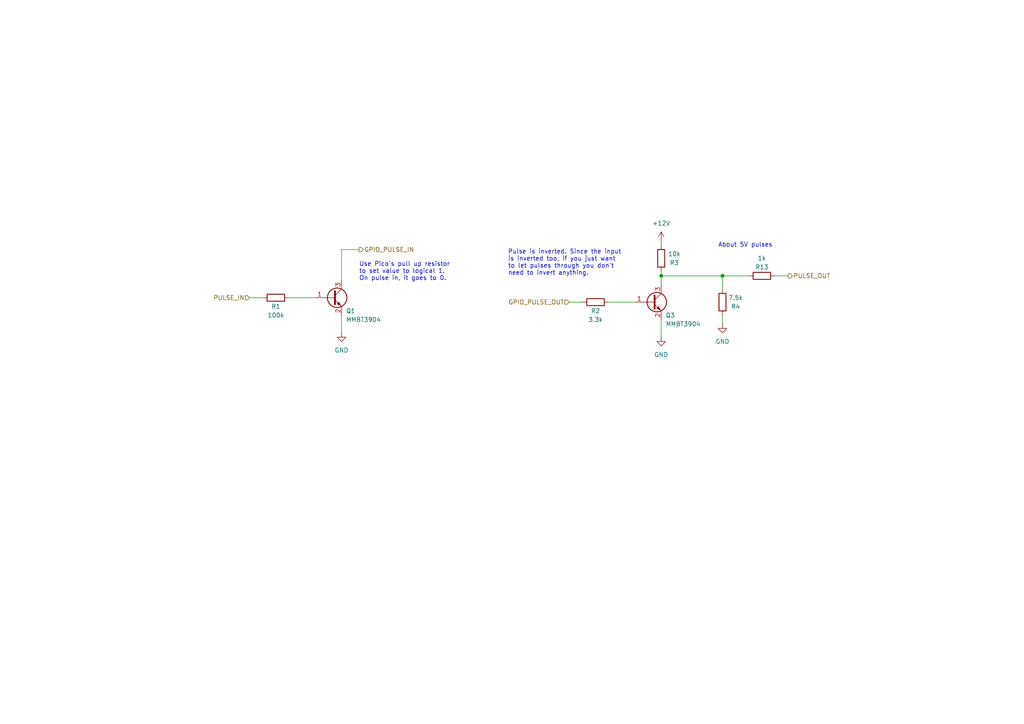
<source format=kicad_sch>
(kicad_sch (version 20250114) (generator "eeschema") (generator_version "9.0")
  (paper "A4")
  (lib_symbols
    (symbol "Device:R" (pin_numbers (hide yes)) (pin_names (offset 0))
      (property "Reference" "R" (at 2.032 0 90))
      (property "Value" "R" (at 0 0 90))
      (symbol "R_0_1"
        (rectangle (start -1.016 -2.54) (end 1.016 2.54) (stroke (width 0.254)))
      )
      (symbol "R_1_1"
        (pin passive line (at 0 3.81 270) (length 1.27) (name "~") (number "1"))
        (pin passive line (at 0 -3.81 90) (length 1.27) (name "~") (number "2"))
      )
    )
    (symbol "Transistor_BJT:MMBT3904" (pin_names (offset 0) (hide yes))
      (property "Reference" "Q" (at 5.08 1.905 0))
      (property "Value" "MMBT3904" (at 5.08 0 0))
      (symbol "MMBT3904_0_1"
        (polyline (pts (xy -2.54 0) (xy 0.635 0)))
        (polyline (pts (xy 0.635 1.905) (xy 0.635 -1.905)) (stroke (width 0.508)))
        (circle (center 1.27 0) (radius 2.8194) (stroke (width 0.254)))
      )
      (symbol "MMBT3904_1_1"
        (polyline (pts (xy 0.635 0.635) (xy 2.54 2.54)))
        (polyline (pts (xy 0.635 -0.635) (xy 2.54 -2.54)))
        (polyline (pts (xy 1.27 -1.778) (xy 1.778 -1.27) (xy 2.286 -2.286) (xy 1.27 -1.778)) (fill (type outline)))
        (pin input line (at -5.08 0 0) (length 2.54) (name "B") (number "1"))
        (pin passive line (at 2.54 5.08 270) (length 2.54) (name "C") (number "3"))
        (pin passive line (at 2.54 -5.08 90) (length 2.54) (name "E") (number "2"))
      )
    )
    (symbol "power:+12V" (power) (pin_numbers (hide yes)) (pin_names (offset 0) (hide yes))
      (property "Value" "+12V" (at 0 3.556 0))
      (symbol "+12V_0_1"
        (polyline (pts (xy -0.762 1.27) (xy 0 2.54)))
        (polyline (pts (xy 0 2.54) (xy 0.762 1.27)))
        (polyline (pts (xy 0 0) (xy 0 2.54)))
      )
      (symbol "+12V_1_1"
        (pin power_in line (at 0 0 90) (length 0) (name "~") (number "1"))
      )
    )
    (symbol "power:GND" (power) (pin_numbers (hide yes)) (pin_names (offset 0) (hide yes))
      (property "Value" "GND" (at 0 -3.81 0))
      (symbol "GND_0_1"
        (polyline (pts (xy 0 0) (xy 0 -1.27) (xy 1.27 -1.27) (xy 0 -2.54) (xy -1.27 -1.27) (xy 0 -1.27)))
      )
      (symbol "GND_1_1"
        (pin power_in line (at 0 0 270) (length 0) (name "~") (number "1"))
      )
    )
  )
  (text "About 5V pulses" (at 208.28 71.12 0) (effects (font (size 1.27 1.27)) (justify left)))
  (text "Use Pico's pull up resistor\nto set value to logical 1.\nOn pulse in, it goes to 0." (at 104.14 78.74 0) (effects (font (size 1.27 1.27)) (justify left)))
  (text "Pulse is inverted. Since the input\nis inverted too, if you just want \nto let pulses through you don't \nneed to invert anything." (at 147.32 76.2 0) (effects (font (size 1.27 1.27)) (justify left)))
  (junction (at 209.55 80.01))
  (junction (at 191.77 80.01))
  (wire (pts (xy 72.39 86.36) (xy 76.2 86.36)))
  (wire (pts (xy 191.77 78.74) (xy 191.77 80.01)))
  (wire (pts (xy 191.77 80.01) (xy 191.77 82.55)))
  (wire (pts (xy 209.55 93.98) (xy 209.55 91.44)))
  (wire (pts (xy 224.79 80.01) (xy 228.6 80.01)))
  (wire (pts (xy 209.55 83.82) (xy 209.55 80.01)))
  (wire (pts (xy 191.77 97.79) (xy 191.77 92.71)))
  (wire (pts (xy 99.06 72.39) (xy 99.06 81.28)))
  (wire (pts (xy 99.06 96.52) (xy 99.06 91.44)))
  (wire (pts (xy 83.82 86.36) (xy 91.44 86.36)))
  (wire (pts (xy 209.55 80.01) (xy 217.17 80.01)))
  (wire (pts (xy 165.1 87.63) (xy 168.91 87.63)))
  (wire (pts (xy 191.77 69.85) (xy 191.77 71.12)))
  (wire (pts (xy 209.55 80.01) (xy 191.77 80.01)))
  (wire (pts (xy 176.53 87.63) (xy 184.15 87.63)))
  (wire (pts (xy 99.06 72.39) (xy 104.14 72.39)))
  (hierarchical_label "PULSE_OUT" (shape output) (at 228.6 80.01 0))
  (hierarchical_label "PULSE_IN" (shape input) (at 72.39 86.36 180))
  (hierarchical_label "GPIO_PULSE_IN" (shape output) (at 104.14 72.39 0))
  (hierarchical_label "GPIO_PULSE_OUT" (shape input) (at 165.1 87.63 180))
  (symbol (lib_id "Device:R") (at 220.98 80.01 90) (mirror x) (unit 1)
    (property "Reference" "R13" (at 220.98 77.47 90))
    (property "Value" "1k" (at 220.98 74.93 90))
    (property "Footprint" "Resistor_SMD:R_0603_1608Metric" (effects (hide yes)))
    (property "LCSC" "C21190" (effects (hide yes)))
    (property "Vendor" "JLCPCB" (effects (hide yes)))
    (property "CHECKED" "YES" (effects (hide yes)))
  )
  (symbol (lib_id "power:+12V") (at 191.77 69.85 0) (unit 1)
    (property "Reference" "#PWR023" (effects (hide yes)))
    (property "Value" "+12V" (at 191.77 64.77 0))
    (property "Description" "Power symbol creates a global label with name \"+12V\"" (effects (hide yes)))
  )
  (symbol (lib_id "Device:R") (at 191.77 74.93 180) (unit 1)
    (property "Reference" "R3" (at 195.58 76.2 0))
    (property "Value" "10k" (at 195.58 73.66 0))
    (property "Footprint" "Resistor_SMD:R_0603_1608Metric" (effects (hide yes)))
    (property "LCSC" "C25804" (effects (hide yes)))
    (property "Vendor" "JLCPCB" (effects (hide yes)))
    (property "CHECKED" "YES" (effects (hide yes)))
  )
  (symbol (lib_id "power:GND") (at 99.06 96.52 0) (unit 1)
    (property "Reference" "#PWR022" (effects (hide yes)))
    (property "Value" "GND" (at 99.06 101.6 0))
    (property "Description" "Power symbol creates a global label with name \"GND\" , ground" (effects (hide yes)))
  )
  (symbol (lib_id "Transistor_BJT:MMBT3904") (at 189.23 87.63 0) (unit 1)
    (property "Reference" "Q3" (at 193.04 91.44 0) (effects (justify left)))
    (property "Value" "MMBT3904" (at 193.04 93.98 0) (effects (justify left)))
    (property "Footprint" "Package_TO_SOT_SMD:SOT-23" (effects (hide yes)))
    (property "Datasheet" "https://jlcpcb.com/api/file/downloadByFileSystemAccessId/8552894390268936192" (effects (hide yes)))
    (property "Description" "0.2A Ic, 40V Vce, Small Signal NPN Transistor, SOT-23" (effects (hide yes)))
    (property "Vendor" "JLCPCB" (effects (hide yes)))
    (property "LCSC" "C20526" (effects (hide yes)))
    (property "CHECKED" "YES" (effects (hide yes)))
  )
  (symbol (lib_id "power:GND") (at 209.55 93.98 0) (unit 1)
    (property "Reference" "#PWR025" (effects (hide yes)))
    (property "Value" "GND" (at 209.55 99.06 0))
    (property "Description" "Power symbol creates a global label with name \"GND\" , ground" (effects (hide yes)))
  )
  (symbol (lib_id "Device:R") (at 172.72 87.63 90) (unit 1)
    (property "Reference" "R2" (at 172.72 90.17 90))
    (property "Value" "3.3k" (at 172.72 92.71 90))
    (property "Footprint" "Resistor_SMD:R_0603_1608Metric" (effects (hide yes)))
    (property "LCSC" "C22978" (effects (hide yes)))
    (property "Vendor" "JLCPCB" (effects (hide yes)))
    (property "CHECKED" "YES" (effects (hide yes)))
  )
  (symbol (lib_id "Device:R") (at 209.55 87.63 180) (unit 1)
    (property "Reference" "R4" (at 213.36 88.9 0))
    (property "Value" "7.5k" (at 213.36 86.36 0))
    (property "Footprint" "Resistor_SMD:R_0603_1608Metric" (effects (hide yes)))
    (property "LCSC" "C23234" (effects (hide yes)))
    (property "Vendor" "JLCPCB" (effects (hide yes)))
    (property "CHECKED" "YES" (effects (hide yes)))
  )
  (symbol (lib_id "power:GND") (at 191.77 97.79 0) (unit 1)
    (property "Reference" "#PWR024" (effects (hide yes)))
    (property "Value" "GND" (at 191.77 102.87 0))
    (property "Description" "Power symbol creates a global label with name \"GND\" , ground" (effects (hide yes)))
  )
  (symbol (lib_id "Device:R") (at 80.01 86.36 90) (unit 1)
    (property "Reference" "R1" (at 80.01 88.9 90))
    (property "Value" "100k" (at 80.01 91.44 90))
    (property "Footprint" "Resistor_SMD:R_0603_1608Metric" (effects (hide yes)))
    (property "LCSC" "C25803" (effects (hide yes)))
    (property "Vendor" "JLCPCB" (effects (hide yes)))
    (property "CHECKED" "YES" (effects (hide yes)))
  )
  (symbol (lib_id "Transistor_BJT:MMBT3904") (at 96.52 86.36 0) (unit 1)
    (property "Reference" "Q1" (at 100.33 90.17 0) (effects (justify left)))
    (property "Value" "MMBT3904" (at 100.33 92.71 0) (effects (justify left)))
    (property "Footprint" "Package_TO_SOT_SMD:SOT-23" (effects (hide yes)))
    (property "Datasheet" "https://jlcpcb.com/api/file/downloadByFileSystemAccessId/8552894390268936192" (effects (hide yes)))
    (property "Description" "0.2A Ic, 40V Vce, Small Signal NPN Transistor, SOT-23" (effects (hide yes)))
    (property "Vendor" "JLCPCB" (effects (hide yes)))
    (property "LCSC" "C20526" (effects (hide yes)))
    (property "CHECKED" "YES" (effects (hide yes)))
  )
)
</source>
